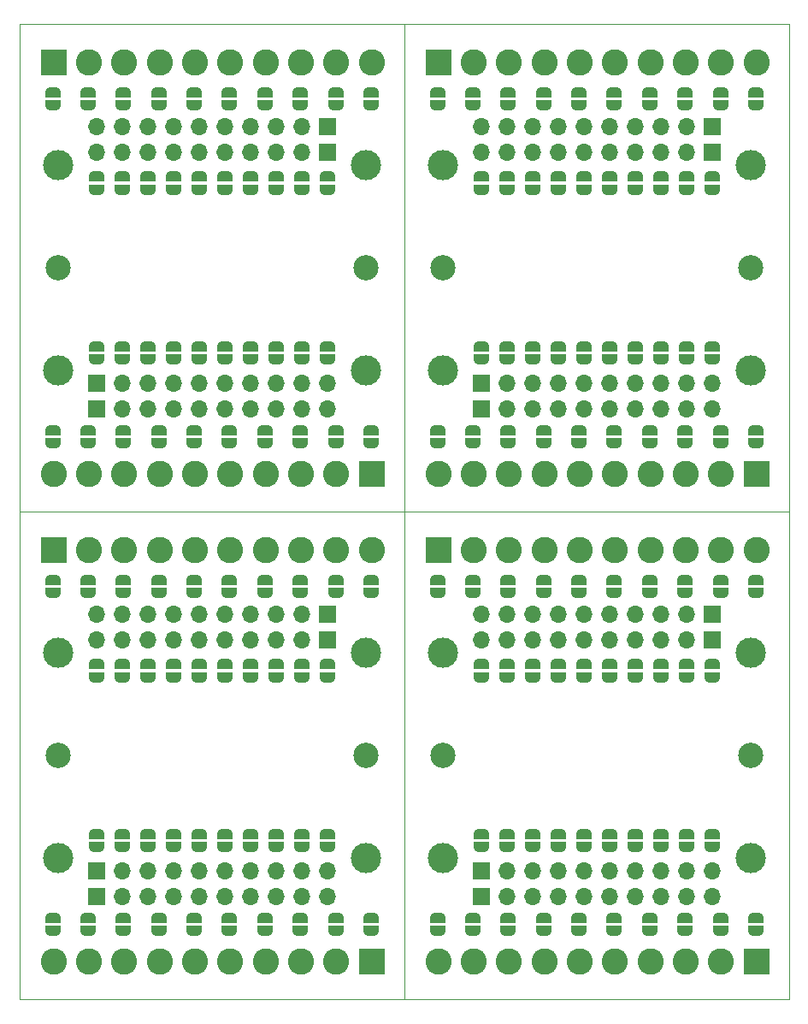
<source format=gbr>
G04 #@! TF.GenerationSoftware,KiCad,Pcbnew,6.0.11-2627ca5db0~126~ubuntu20.04.1*
G04 #@! TF.CreationDate,2023-03-16T15:00:45-05:00*
G04 #@! TF.ProjectId,,58585858-5858-4585-9858-585858585858,rev?*
G04 #@! TF.SameCoordinates,Original*
G04 #@! TF.FileFunction,Soldermask,Bot*
G04 #@! TF.FilePolarity,Negative*
%FSLAX46Y46*%
G04 Gerber Fmt 4.6, Leading zero omitted, Abs format (unit mm)*
G04 Created by KiCad (PCBNEW 6.0.11-2627ca5db0~126~ubuntu20.04.1) date 2023-03-16 15:00:45*
%MOMM*%
%LPD*%
G01*
G04 APERTURE LIST*
G04 Aperture macros list*
%AMFreePoly0*
4,1,20,0.000000,0.744959,0.073905,0.744508,0.209726,0.703889,0.328688,0.626782,0.421226,0.519385,0.479903,0.390333,0.500000,0.250000,0.500000,-0.250000,0.499851,-0.262216,0.476331,-0.402017,0.414519,-0.529596,0.319384,-0.634700,0.198574,-0.708877,0.061801,-0.746166,0.000000,-0.745033,0.000000,-0.750000,-0.500000,-0.750000,-0.500000,0.750000,0.000000,0.750000,0.000000,0.744959,
0.000000,0.744959,$1*%
%AMFreePoly1*
4,1,22,0.500000,-0.750000,0.000000,-0.750000,0.000000,-0.745033,-0.079941,-0.743568,-0.215256,-0.701293,-0.333266,-0.622738,-0.424486,-0.514219,-0.481581,-0.384460,-0.499164,-0.250000,-0.500000,-0.250000,-0.500000,0.250000,-0.499164,0.250000,-0.499963,0.256109,-0.478152,0.396186,-0.417904,0.524511,-0.324060,0.630769,-0.204165,0.706417,-0.067858,0.745374,0.000000,0.744959,0.000000,0.750000,
0.500000,0.750000,0.500000,-0.750000,0.500000,-0.750000,$1*%
G04 Aperture macros list end*
G04 #@! TA.AperFunction,Profile*
%ADD10C,0.050000*%
G04 #@! TD*
%ADD11FreePoly0,90.000000*%
%ADD12FreePoly1,90.000000*%
%ADD13FreePoly0,270.000000*%
%ADD14FreePoly1,270.000000*%
%ADD15O,1.700000X1.700000*%
%ADD16R,1.700000X1.700000*%
%ADD17C,2.600000*%
%ADD18R,2.600000X2.600000*%
%ADD19C,2.499360*%
%ADD20C,3.000000*%
G04 APERTURE END LIST*
D10*
X102108000Y-136652000D02*
X140208000Y-136652000D01*
X140208000Y-88392000D02*
X140208000Y-136652000D01*
X102108000Y-88392000D02*
X140208000Y-88392000D01*
X102108000Y-88392000D02*
X102108000Y-136652000D01*
X64008000Y-136652000D02*
X102108000Y-136652000D01*
X102108000Y-88392000D02*
X102108000Y-136652000D01*
X64008000Y-88392000D02*
X102108000Y-88392000D01*
X64008000Y-88392000D02*
X64008000Y-136652000D01*
X102108000Y-88392000D02*
X140208000Y-88392000D01*
X140208000Y-40132000D02*
X140208000Y-88392000D01*
X102108000Y-40132000D02*
X140208000Y-40132000D01*
X102108000Y-40132000D02*
X102108000Y-88392000D01*
X64008000Y-40132000D02*
X64008000Y-88392000D01*
X64008000Y-40132000D02*
X102108000Y-40132000D01*
X102108000Y-40132000D02*
X102108000Y-88392000D01*
X64008000Y-88392000D02*
X102108000Y-88392000D01*
D11*
X105408000Y-95152000D03*
D12*
X105408000Y-96452000D03*
D11*
X108908000Y-95152000D03*
D12*
X108908000Y-96452000D03*
D11*
X112408000Y-95152000D03*
D12*
X112408000Y-96452000D03*
D11*
X115908000Y-95152000D03*
D12*
X115908000Y-96452000D03*
D11*
X119408000Y-95152000D03*
D12*
X119408000Y-96452000D03*
D11*
X122908000Y-95152000D03*
D12*
X122908000Y-96452000D03*
D11*
X126408000Y-95152000D03*
D12*
X126408000Y-96452000D03*
D11*
X129908000Y-95152000D03*
D12*
X129908000Y-96452000D03*
D11*
X133408000Y-95152000D03*
D12*
X133408000Y-96452000D03*
D11*
X136908000Y-95152000D03*
D12*
X136908000Y-96452000D03*
D13*
X109728000Y-104785000D03*
D14*
X109728000Y-103485000D03*
D13*
X112268000Y-104785000D03*
D14*
X112268000Y-103485000D03*
D13*
X114808000Y-104785000D03*
D14*
X114808000Y-103485000D03*
D13*
X117348000Y-104785000D03*
D14*
X117348000Y-103485000D03*
D13*
X119888000Y-104785000D03*
D14*
X119888000Y-103485000D03*
D13*
X122428000Y-104785000D03*
D14*
X122428000Y-103485000D03*
D13*
X124968000Y-104785000D03*
D14*
X124968000Y-103485000D03*
D13*
X127508000Y-104785000D03*
D14*
X127508000Y-103485000D03*
D13*
X130048000Y-104785000D03*
D14*
X130048000Y-103485000D03*
D13*
X132588000Y-104785000D03*
D14*
X132588000Y-103485000D03*
D11*
X136908000Y-128592000D03*
D12*
X136908000Y-129892000D03*
D11*
X133408000Y-128592000D03*
D12*
X133408000Y-129892000D03*
D11*
X129908000Y-128592000D03*
D12*
X129908000Y-129892000D03*
D11*
X126408000Y-128592000D03*
D12*
X126408000Y-129892000D03*
D11*
X122908000Y-128592000D03*
D12*
X122908000Y-129892000D03*
D11*
X119408000Y-128592000D03*
D12*
X119408000Y-129892000D03*
D11*
X115908000Y-128592000D03*
D12*
X115908000Y-129892000D03*
D11*
X112408000Y-128592000D03*
D12*
X112408000Y-129892000D03*
D11*
X108908000Y-128592000D03*
D12*
X108908000Y-129892000D03*
D11*
X105408000Y-128592000D03*
D12*
X105408000Y-129892000D03*
D13*
X132588000Y-121559000D03*
D14*
X132588000Y-120259000D03*
D13*
X130048000Y-121559000D03*
D14*
X130048000Y-120259000D03*
D13*
X127508000Y-121559000D03*
D14*
X127508000Y-120259000D03*
D13*
X124968000Y-121559000D03*
D14*
X124968000Y-120259000D03*
D13*
X122428000Y-121559000D03*
D14*
X122428000Y-120259000D03*
D13*
X119888000Y-121559000D03*
D14*
X119888000Y-120259000D03*
D13*
X117348000Y-121559000D03*
D14*
X117348000Y-120259000D03*
D13*
X114808000Y-121559000D03*
D14*
X114808000Y-120259000D03*
D13*
X112268000Y-121559000D03*
D14*
X112268000Y-120259000D03*
D13*
X109728000Y-121559000D03*
D14*
X109728000Y-120259000D03*
D15*
X109728000Y-98552000D03*
X112268000Y-98552000D03*
X114808000Y-98552000D03*
X117348000Y-98552000D03*
X119888000Y-98552000D03*
X122428000Y-98552000D03*
X124968000Y-98552000D03*
X127508000Y-98552000D03*
X130048000Y-98552000D03*
D16*
X132588000Y-98552000D03*
D17*
X105472000Y-132900000D03*
X108972000Y-132900000D03*
X112472000Y-132900000D03*
X115972000Y-132900000D03*
X119472000Y-132900000D03*
X122972000Y-132900000D03*
X126472000Y-132900000D03*
X129972000Y-132900000D03*
X133472000Y-132900000D03*
D18*
X136972000Y-132900000D03*
D19*
X136398000Y-112522000D03*
D20*
X105918000Y-122682000D03*
D19*
X105918000Y-112522000D03*
D15*
X109728000Y-101092000D03*
X112268000Y-101092000D03*
X114808000Y-101092000D03*
X117348000Y-101092000D03*
X119888000Y-101092000D03*
X122428000Y-101092000D03*
X124968000Y-101092000D03*
X127508000Y-101092000D03*
X130048000Y-101092000D03*
D16*
X132588000Y-101092000D03*
D20*
X105918000Y-102362000D03*
D15*
X132588000Y-126492000D03*
X130048000Y-126492000D03*
X127508000Y-126492000D03*
X124968000Y-126492000D03*
X122428000Y-126492000D03*
X119888000Y-126492000D03*
X117348000Y-126492000D03*
X114808000Y-126492000D03*
X112268000Y-126492000D03*
D16*
X109728000Y-126492000D03*
D15*
X132588000Y-123952000D03*
X130048000Y-123952000D03*
X127508000Y-123952000D03*
X124968000Y-123952000D03*
X122428000Y-123952000D03*
X119888000Y-123952000D03*
X117348000Y-123952000D03*
X114808000Y-123952000D03*
X112268000Y-123952000D03*
D16*
X109728000Y-123952000D03*
D20*
X136398000Y-102362000D03*
D17*
X136976000Y-92176000D03*
X133476000Y-92176000D03*
X129976000Y-92176000D03*
X126476000Y-92176000D03*
X122976000Y-92176000D03*
X119476000Y-92176000D03*
X115976000Y-92176000D03*
X112476000Y-92176000D03*
X108976000Y-92176000D03*
D18*
X105476000Y-92176000D03*
D20*
X136398000Y-122682000D03*
D11*
X67308000Y-95152000D03*
D12*
X67308000Y-96452000D03*
D11*
X70808000Y-95152000D03*
D12*
X70808000Y-96452000D03*
D11*
X74308000Y-95152000D03*
D12*
X74308000Y-96452000D03*
D11*
X77808000Y-95152000D03*
D12*
X77808000Y-96452000D03*
D11*
X81308000Y-95152000D03*
D12*
X81308000Y-96452000D03*
D11*
X84808000Y-95152000D03*
D12*
X84808000Y-96452000D03*
D11*
X88308000Y-95152000D03*
D12*
X88308000Y-96452000D03*
D11*
X91808000Y-95152000D03*
D12*
X91808000Y-96452000D03*
D11*
X95308000Y-95152000D03*
D12*
X95308000Y-96452000D03*
D11*
X98808000Y-95152000D03*
D12*
X98808000Y-96452000D03*
D13*
X71628000Y-104785000D03*
D14*
X71628000Y-103485000D03*
D13*
X74168000Y-104785000D03*
D14*
X74168000Y-103485000D03*
D13*
X76708000Y-104785000D03*
D14*
X76708000Y-103485000D03*
D13*
X79248000Y-104785000D03*
D14*
X79248000Y-103485000D03*
D13*
X81788000Y-104785000D03*
D14*
X81788000Y-103485000D03*
D13*
X84328000Y-104785000D03*
D14*
X84328000Y-103485000D03*
D13*
X86868000Y-104785000D03*
D14*
X86868000Y-103485000D03*
D13*
X89408000Y-104785000D03*
D14*
X89408000Y-103485000D03*
D13*
X91948000Y-104785000D03*
D14*
X91948000Y-103485000D03*
D13*
X94488000Y-104785000D03*
D14*
X94488000Y-103485000D03*
D11*
X98808000Y-128592000D03*
D12*
X98808000Y-129892000D03*
D11*
X95308000Y-128592000D03*
D12*
X95308000Y-129892000D03*
D11*
X91808000Y-128592000D03*
D12*
X91808000Y-129892000D03*
D11*
X88308000Y-128592000D03*
D12*
X88308000Y-129892000D03*
D11*
X84808000Y-128592000D03*
D12*
X84808000Y-129892000D03*
D11*
X81308000Y-128592000D03*
D12*
X81308000Y-129892000D03*
D11*
X77808000Y-128592000D03*
D12*
X77808000Y-129892000D03*
D11*
X74308000Y-128592000D03*
D12*
X74308000Y-129892000D03*
D11*
X70808000Y-128592000D03*
D12*
X70808000Y-129892000D03*
D11*
X67308000Y-128592000D03*
D12*
X67308000Y-129892000D03*
D13*
X94488000Y-121559000D03*
D14*
X94488000Y-120259000D03*
D13*
X91948000Y-121559000D03*
D14*
X91948000Y-120259000D03*
D13*
X89408000Y-121559000D03*
D14*
X89408000Y-120259000D03*
D13*
X86868000Y-121559000D03*
D14*
X86868000Y-120259000D03*
D13*
X84328000Y-121559000D03*
D14*
X84328000Y-120259000D03*
D13*
X81788000Y-121559000D03*
D14*
X81788000Y-120259000D03*
D13*
X79248000Y-121559000D03*
D14*
X79248000Y-120259000D03*
D13*
X76708000Y-121559000D03*
D14*
X76708000Y-120259000D03*
D13*
X74168000Y-121559000D03*
D14*
X74168000Y-120259000D03*
D13*
X71628000Y-121559000D03*
D14*
X71628000Y-120259000D03*
D15*
X71628000Y-98552000D03*
X74168000Y-98552000D03*
X76708000Y-98552000D03*
X79248000Y-98552000D03*
X81788000Y-98552000D03*
X84328000Y-98552000D03*
X86868000Y-98552000D03*
X89408000Y-98552000D03*
X91948000Y-98552000D03*
D16*
X94488000Y-98552000D03*
D17*
X67372000Y-132900000D03*
X70872000Y-132900000D03*
X74372000Y-132900000D03*
X77872000Y-132900000D03*
X81372000Y-132900000D03*
X84872000Y-132900000D03*
X88372000Y-132900000D03*
X91872000Y-132900000D03*
X95372000Y-132900000D03*
D18*
X98872000Y-132900000D03*
D19*
X98298000Y-112522000D03*
D20*
X67818000Y-122682000D03*
D19*
X67818000Y-112522000D03*
D15*
X71628000Y-101092000D03*
X74168000Y-101092000D03*
X76708000Y-101092000D03*
X79248000Y-101092000D03*
X81788000Y-101092000D03*
X84328000Y-101092000D03*
X86868000Y-101092000D03*
X89408000Y-101092000D03*
X91948000Y-101092000D03*
D16*
X94488000Y-101092000D03*
D20*
X67818000Y-102362000D03*
D15*
X94488000Y-126492000D03*
X91948000Y-126492000D03*
X89408000Y-126492000D03*
X86868000Y-126492000D03*
X84328000Y-126492000D03*
X81788000Y-126492000D03*
X79248000Y-126492000D03*
X76708000Y-126492000D03*
X74168000Y-126492000D03*
D16*
X71628000Y-126492000D03*
D15*
X94488000Y-123952000D03*
X91948000Y-123952000D03*
X89408000Y-123952000D03*
X86868000Y-123952000D03*
X84328000Y-123952000D03*
X81788000Y-123952000D03*
X79248000Y-123952000D03*
X76708000Y-123952000D03*
X74168000Y-123952000D03*
D16*
X71628000Y-123952000D03*
D20*
X98298000Y-102362000D03*
D17*
X98876000Y-92176000D03*
X95376000Y-92176000D03*
X91876000Y-92176000D03*
X88376000Y-92176000D03*
X84876000Y-92176000D03*
X81376000Y-92176000D03*
X77876000Y-92176000D03*
X74376000Y-92176000D03*
X70876000Y-92176000D03*
D18*
X67376000Y-92176000D03*
D20*
X98298000Y-122682000D03*
D11*
X105408000Y-46892000D03*
D12*
X105408000Y-48192000D03*
D11*
X108908000Y-46892000D03*
D12*
X108908000Y-48192000D03*
D11*
X112408000Y-46892000D03*
D12*
X112408000Y-48192000D03*
D11*
X115908000Y-46892000D03*
D12*
X115908000Y-48192000D03*
D11*
X119408000Y-46892000D03*
D12*
X119408000Y-48192000D03*
D11*
X122908000Y-46892000D03*
D12*
X122908000Y-48192000D03*
D11*
X126408000Y-46892000D03*
D12*
X126408000Y-48192000D03*
D11*
X129908000Y-46892000D03*
D12*
X129908000Y-48192000D03*
D11*
X133408000Y-46892000D03*
D12*
X133408000Y-48192000D03*
D11*
X136908000Y-46892000D03*
D12*
X136908000Y-48192000D03*
D13*
X109728000Y-56525000D03*
D14*
X109728000Y-55225000D03*
D13*
X112268000Y-56525000D03*
D14*
X112268000Y-55225000D03*
D13*
X114808000Y-56525000D03*
D14*
X114808000Y-55225000D03*
D13*
X117348000Y-56525000D03*
D14*
X117348000Y-55225000D03*
D13*
X119888000Y-56525000D03*
D14*
X119888000Y-55225000D03*
D13*
X122428000Y-56525000D03*
D14*
X122428000Y-55225000D03*
D13*
X124968000Y-56525000D03*
D14*
X124968000Y-55225000D03*
D13*
X127508000Y-56525000D03*
D14*
X127508000Y-55225000D03*
D13*
X130048000Y-56525000D03*
D14*
X130048000Y-55225000D03*
D13*
X132588000Y-56525000D03*
D14*
X132588000Y-55225000D03*
D11*
X136908000Y-80332000D03*
D12*
X136908000Y-81632000D03*
D11*
X133408000Y-80332000D03*
D12*
X133408000Y-81632000D03*
D11*
X129908000Y-80332000D03*
D12*
X129908000Y-81632000D03*
D11*
X126408000Y-80332000D03*
D12*
X126408000Y-81632000D03*
D11*
X122908000Y-80332000D03*
D12*
X122908000Y-81632000D03*
D11*
X119408000Y-80332000D03*
D12*
X119408000Y-81632000D03*
D11*
X115908000Y-80332000D03*
D12*
X115908000Y-81632000D03*
D11*
X112408000Y-80332000D03*
D12*
X112408000Y-81632000D03*
D11*
X108908000Y-80332000D03*
D12*
X108908000Y-81632000D03*
D11*
X105408000Y-80332000D03*
D12*
X105408000Y-81632000D03*
D13*
X132588000Y-73299000D03*
D14*
X132588000Y-71999000D03*
D13*
X130048000Y-73299000D03*
D14*
X130048000Y-71999000D03*
D13*
X127508000Y-73299000D03*
D14*
X127508000Y-71999000D03*
D13*
X124968000Y-73299000D03*
D14*
X124968000Y-71999000D03*
D13*
X122428000Y-73299000D03*
D14*
X122428000Y-71999000D03*
D13*
X119888000Y-73299000D03*
D14*
X119888000Y-71999000D03*
D13*
X117348000Y-73299000D03*
D14*
X117348000Y-71999000D03*
D13*
X114808000Y-73299000D03*
D14*
X114808000Y-71999000D03*
D13*
X112268000Y-73299000D03*
D14*
X112268000Y-71999000D03*
D13*
X109728000Y-73299000D03*
D14*
X109728000Y-71999000D03*
D15*
X109728000Y-50292000D03*
X112268000Y-50292000D03*
X114808000Y-50292000D03*
X117348000Y-50292000D03*
X119888000Y-50292000D03*
X122428000Y-50292000D03*
X124968000Y-50292000D03*
X127508000Y-50292000D03*
X130048000Y-50292000D03*
D16*
X132588000Y-50292000D03*
D17*
X105472000Y-84640000D03*
X108972000Y-84640000D03*
X112472000Y-84640000D03*
X115972000Y-84640000D03*
X119472000Y-84640000D03*
X122972000Y-84640000D03*
X126472000Y-84640000D03*
X129972000Y-84640000D03*
X133472000Y-84640000D03*
D18*
X136972000Y-84640000D03*
D19*
X136398000Y-64262000D03*
D20*
X105918000Y-74422000D03*
D19*
X105918000Y-64262000D03*
D15*
X109728000Y-52832000D03*
X112268000Y-52832000D03*
X114808000Y-52832000D03*
X117348000Y-52832000D03*
X119888000Y-52832000D03*
X122428000Y-52832000D03*
X124968000Y-52832000D03*
X127508000Y-52832000D03*
X130048000Y-52832000D03*
D16*
X132588000Y-52832000D03*
D20*
X105918000Y-54102000D03*
D15*
X132588000Y-78232000D03*
X130048000Y-78232000D03*
X127508000Y-78232000D03*
X124968000Y-78232000D03*
X122428000Y-78232000D03*
X119888000Y-78232000D03*
X117348000Y-78232000D03*
X114808000Y-78232000D03*
X112268000Y-78232000D03*
D16*
X109728000Y-78232000D03*
D15*
X132588000Y-75692000D03*
X130048000Y-75692000D03*
X127508000Y-75692000D03*
X124968000Y-75692000D03*
X122428000Y-75692000D03*
X119888000Y-75692000D03*
X117348000Y-75692000D03*
X114808000Y-75692000D03*
X112268000Y-75692000D03*
D16*
X109728000Y-75692000D03*
D20*
X136398000Y-54102000D03*
D17*
X136976000Y-43916000D03*
X133476000Y-43916000D03*
X129976000Y-43916000D03*
X126476000Y-43916000D03*
X122976000Y-43916000D03*
X119476000Y-43916000D03*
X115976000Y-43916000D03*
X112476000Y-43916000D03*
X108976000Y-43916000D03*
D18*
X105476000Y-43916000D03*
D20*
X136398000Y-74422000D03*
X67818000Y-54102000D03*
X98298000Y-54102000D03*
X67818000Y-74422000D03*
X98298000Y-74422000D03*
D19*
X67818000Y-64262000D03*
X98298000Y-64262000D03*
D15*
X71628000Y-52832000D03*
X74168000Y-52832000D03*
X76708000Y-52832000D03*
X79248000Y-52832000D03*
X81788000Y-52832000D03*
X84328000Y-52832000D03*
X86868000Y-52832000D03*
X89408000Y-52832000D03*
X91948000Y-52832000D03*
D16*
X94488000Y-52832000D03*
D15*
X94488000Y-75692000D03*
X91948000Y-75692000D03*
X89408000Y-75692000D03*
X86868000Y-75692000D03*
X84328000Y-75692000D03*
X81788000Y-75692000D03*
X79248000Y-75692000D03*
X76708000Y-75692000D03*
X74168000Y-75692000D03*
D16*
X71628000Y-75692000D03*
D15*
X94488000Y-78232000D03*
X91948000Y-78232000D03*
X89408000Y-78232000D03*
X86868000Y-78232000D03*
X84328000Y-78232000D03*
X81788000Y-78232000D03*
X79248000Y-78232000D03*
X76708000Y-78232000D03*
X74168000Y-78232000D03*
D16*
X71628000Y-78232000D03*
D15*
X71628000Y-50292000D03*
X74168000Y-50292000D03*
X76708000Y-50292000D03*
X79248000Y-50292000D03*
X81788000Y-50292000D03*
X84328000Y-50292000D03*
X86868000Y-50292000D03*
X89408000Y-50292000D03*
X91948000Y-50292000D03*
D16*
X94488000Y-50292000D03*
D17*
X67372000Y-84640000D03*
X70872000Y-84640000D03*
X74372000Y-84640000D03*
X77872000Y-84640000D03*
X81372000Y-84640000D03*
X84872000Y-84640000D03*
X88372000Y-84640000D03*
X91872000Y-84640000D03*
X95372000Y-84640000D03*
D18*
X98872000Y-84640000D03*
D17*
X98876000Y-43916000D03*
X95376000Y-43916000D03*
X91876000Y-43916000D03*
X88376000Y-43916000D03*
X84876000Y-43916000D03*
X81376000Y-43916000D03*
X77876000Y-43916000D03*
X74376000Y-43916000D03*
X70876000Y-43916000D03*
D18*
X67376000Y-43916000D03*
D13*
X71628000Y-73299000D03*
D14*
X71628000Y-71999000D03*
D13*
X74168000Y-73299000D03*
D14*
X74168000Y-71999000D03*
D13*
X76708000Y-73299000D03*
D14*
X76708000Y-71999000D03*
D13*
X79248000Y-73299000D03*
D14*
X79248000Y-71999000D03*
D13*
X81788000Y-73299000D03*
D14*
X81788000Y-71999000D03*
D13*
X84328000Y-73299000D03*
D14*
X84328000Y-71999000D03*
D13*
X86868000Y-73299000D03*
D14*
X86868000Y-71999000D03*
D13*
X89408000Y-73299000D03*
D14*
X89408000Y-71999000D03*
D13*
X91948000Y-73299000D03*
D14*
X91948000Y-71999000D03*
D13*
X94488000Y-73299000D03*
D14*
X94488000Y-71999000D03*
D11*
X67308000Y-80332000D03*
D12*
X67308000Y-81632000D03*
D11*
X70808000Y-80332000D03*
D12*
X70808000Y-81632000D03*
D11*
X74308000Y-80332000D03*
D12*
X74308000Y-81632000D03*
D11*
X77808000Y-80332000D03*
D12*
X77808000Y-81632000D03*
D11*
X81308000Y-80332000D03*
D12*
X81308000Y-81632000D03*
D11*
X84808000Y-80332000D03*
D12*
X84808000Y-81632000D03*
D11*
X88308000Y-80332000D03*
D12*
X88308000Y-81632000D03*
D11*
X91808000Y-80332000D03*
D12*
X91808000Y-81632000D03*
D11*
X95308000Y-80332000D03*
D12*
X95308000Y-81632000D03*
D11*
X98808000Y-80332000D03*
D12*
X98808000Y-81632000D03*
D13*
X94488000Y-56525000D03*
D14*
X94488000Y-55225000D03*
D13*
X91948000Y-56525000D03*
D14*
X91948000Y-55225000D03*
D13*
X89408000Y-56525000D03*
D14*
X89408000Y-55225000D03*
D13*
X86868000Y-56525000D03*
D14*
X86868000Y-55225000D03*
D13*
X84328000Y-56525000D03*
D14*
X84328000Y-55225000D03*
D13*
X81788000Y-56525000D03*
D14*
X81788000Y-55225000D03*
D13*
X79248000Y-56525000D03*
D14*
X79248000Y-55225000D03*
D13*
X76708000Y-56525000D03*
D14*
X76708000Y-55225000D03*
D13*
X74168000Y-56525000D03*
D14*
X74168000Y-55225000D03*
D13*
X71628000Y-56525000D03*
D14*
X71628000Y-55225000D03*
D11*
X98808000Y-46892000D03*
D12*
X98808000Y-48192000D03*
D11*
X95308000Y-46892000D03*
D12*
X95308000Y-48192000D03*
D11*
X91808000Y-46892000D03*
D12*
X91808000Y-48192000D03*
D11*
X88308000Y-46892000D03*
D12*
X88308000Y-48192000D03*
D11*
X84808000Y-46892000D03*
D12*
X84808000Y-48192000D03*
D11*
X81308000Y-46892000D03*
D12*
X81308000Y-48192000D03*
D11*
X77808000Y-46892000D03*
D12*
X77808000Y-48192000D03*
D11*
X74308000Y-46892000D03*
D12*
X74308000Y-48192000D03*
D11*
X70808000Y-46892000D03*
D12*
X70808000Y-48192000D03*
D11*
X67308000Y-46892000D03*
D12*
X67308000Y-48192000D03*
M02*

</source>
